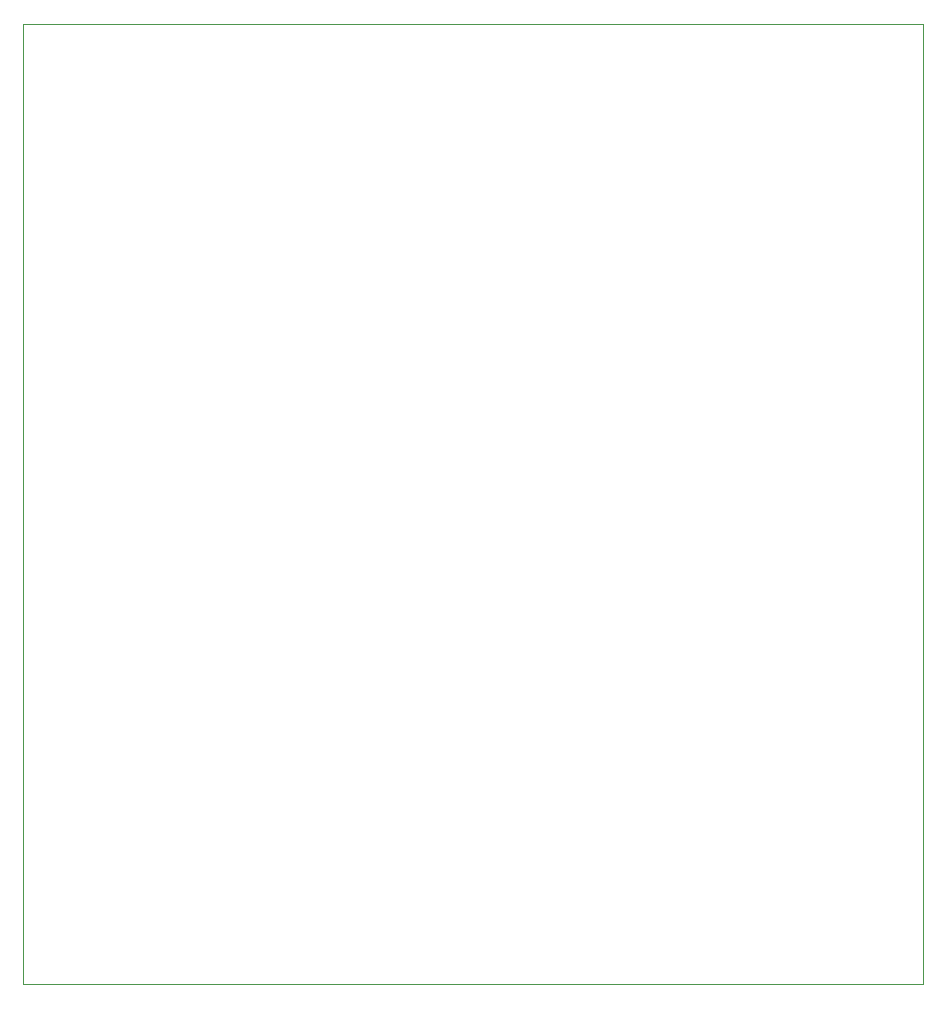
<source format=gbr>
%TF.GenerationSoftware,KiCad,Pcbnew,7.0.6*%
%TF.CreationDate,2024-05-09T00:55:35-07:00*%
%TF.ProjectId,PCB final,50434220-6669-46e6-916c-2e6b69636164,rev?*%
%TF.SameCoordinates,Original*%
%TF.FileFunction,Profile,NP*%
%FSLAX46Y46*%
G04 Gerber Fmt 4.6, Leading zero omitted, Abs format (unit mm)*
G04 Created by KiCad (PCBNEW 7.0.6) date 2024-05-09 00:55:35*
%MOMM*%
%LPD*%
G01*
G04 APERTURE LIST*
%TA.AperFunction,Profile*%
%ADD10C,0.100000*%
%TD*%
G04 APERTURE END LIST*
D10*
X104140000Y-63500000D02*
X104140000Y-144780000D01*
X27940000Y-63500000D02*
X104140000Y-63500000D01*
X27940000Y-144780000D02*
X27940000Y-63500000D01*
X27940000Y-144780000D02*
X104140000Y-144780000D01*
M02*

</source>
